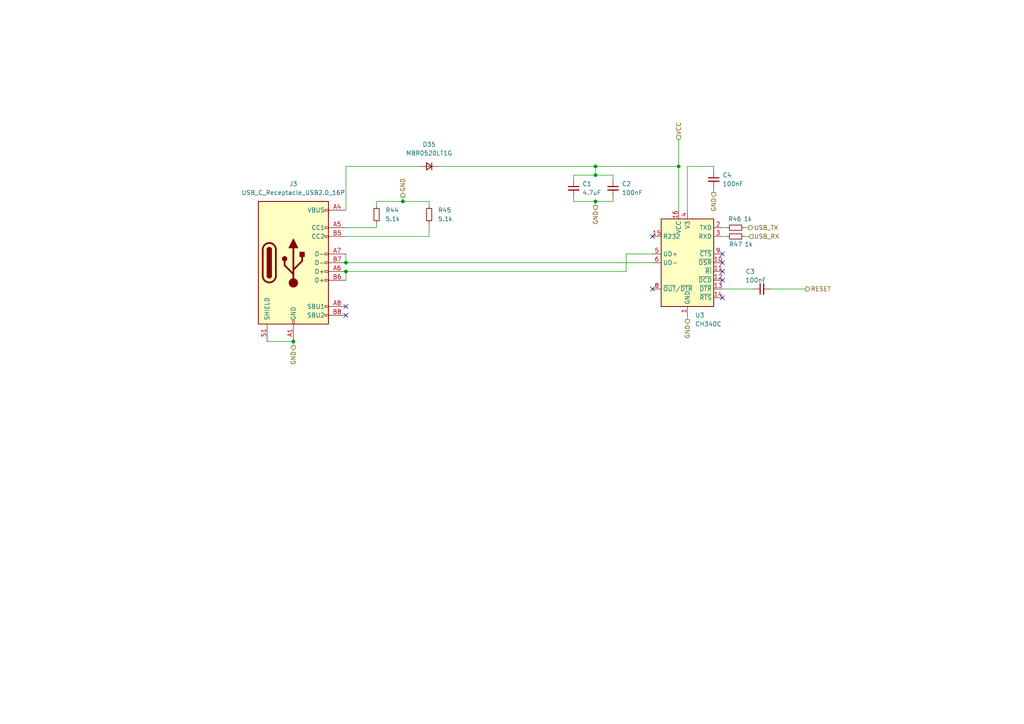
<source format=kicad_sch>
(kicad_sch
	(version 20231120)
	(generator "eeschema")
	(generator_version "8.0")
	(uuid "dd23b238-dffa-4d6a-8949-5d3a0c191a40")
	(paper "A4")
	(title_block
		(title "USB-C Port & Serial interfacing")
		(date "2024-06-02")
		(rev "0.5.x")
		(company "Pablo Ortiz López, Evan MacDonald")
	)
	(lib_symbols
		(symbol "Connector:USB_C_Receptacle_USB2.0_16P"
			(pin_names
				(offset 1.016)
			)
			(exclude_from_sim no)
			(in_bom yes)
			(on_board yes)
			(property "Reference" "J"
				(at 0 22.225 0)
				(effects
					(font
						(size 1.27 1.27)
					)
				)
			)
			(property "Value" "USB_C_Receptacle_USB2.0_16P"
				(at 0 19.685 0)
				(effects
					(font
						(size 1.27 1.27)
					)
				)
			)
			(property "Footprint" ""
				(at 3.81 0 0)
				(effects
					(font
						(size 1.27 1.27)
					)
					(hide yes)
				)
			)
			(property "Datasheet" "https://www.usb.org/sites/default/files/documents/usb_type-c.zip"
				(at 3.81 0 0)
				(effects
					(font
						(size 1.27 1.27)
					)
					(hide yes)
				)
			)
			(property "Description" "USB 2.0-only 16P Type-C Receptacle connector"
				(at 0 0 0)
				(effects
					(font
						(size 1.27 1.27)
					)
					(hide yes)
				)
			)
			(property "ki_keywords" "usb universal serial bus type-C USB2.0"
				(at 0 0 0)
				(effects
					(font
						(size 1.27 1.27)
					)
					(hide yes)
				)
			)
			(property "ki_fp_filters" "USB*C*Receptacle*"
				(at 0 0 0)
				(effects
					(font
						(size 1.27 1.27)
					)
					(hide yes)
				)
			)
			(symbol "USB_C_Receptacle_USB2.0_16P_0_0"
				(rectangle
					(start -0.254 -17.78)
					(end 0.254 -16.764)
					(stroke
						(width 0)
						(type default)
					)
					(fill
						(type none)
					)
				)
				(rectangle
					(start 10.16 -14.986)
					(end 9.144 -15.494)
					(stroke
						(width 0)
						(type default)
					)
					(fill
						(type none)
					)
				)
				(rectangle
					(start 10.16 -12.446)
					(end 9.144 -12.954)
					(stroke
						(width 0)
						(type default)
					)
					(fill
						(type none)
					)
				)
				(rectangle
					(start 10.16 -4.826)
					(end 9.144 -5.334)
					(stroke
						(width 0)
						(type default)
					)
					(fill
						(type none)
					)
				)
				(rectangle
					(start 10.16 -2.286)
					(end 9.144 -2.794)
					(stroke
						(width 0)
						(type default)
					)
					(fill
						(type none)
					)
				)
				(rectangle
					(start 10.16 0.254)
					(end 9.144 -0.254)
					(stroke
						(width 0)
						(type default)
					)
					(fill
						(type none)
					)
				)
				(rectangle
					(start 10.16 2.794)
					(end 9.144 2.286)
					(stroke
						(width 0)
						(type default)
					)
					(fill
						(type none)
					)
				)
				(rectangle
					(start 10.16 7.874)
					(end 9.144 7.366)
					(stroke
						(width 0)
						(type default)
					)
					(fill
						(type none)
					)
				)
				(rectangle
					(start 10.16 10.414)
					(end 9.144 9.906)
					(stroke
						(width 0)
						(type default)
					)
					(fill
						(type none)
					)
				)
				(rectangle
					(start 10.16 15.494)
					(end 9.144 14.986)
					(stroke
						(width 0)
						(type default)
					)
					(fill
						(type none)
					)
				)
			)
			(symbol "USB_C_Receptacle_USB2.0_16P_0_1"
				(rectangle
					(start -10.16 17.78)
					(end 10.16 -17.78)
					(stroke
						(width 0.254)
						(type default)
					)
					(fill
						(type background)
					)
				)
				(arc
					(start -8.89 -3.81)
					(mid -6.985 -5.7067)
					(end -5.08 -3.81)
					(stroke
						(width 0.508)
						(type default)
					)
					(fill
						(type none)
					)
				)
				(arc
					(start -7.62 -3.81)
					(mid -6.985 -4.4423)
					(end -6.35 -3.81)
					(stroke
						(width 0.254)
						(type default)
					)
					(fill
						(type none)
					)
				)
				(arc
					(start -7.62 -3.81)
					(mid -6.985 -4.4423)
					(end -6.35 -3.81)
					(stroke
						(width 0.254)
						(type default)
					)
					(fill
						(type outline)
					)
				)
				(rectangle
					(start -7.62 -3.81)
					(end -6.35 3.81)
					(stroke
						(width 0.254)
						(type default)
					)
					(fill
						(type outline)
					)
				)
				(arc
					(start -6.35 3.81)
					(mid -6.985 4.4423)
					(end -7.62 3.81)
					(stroke
						(width 0.254)
						(type default)
					)
					(fill
						(type none)
					)
				)
				(arc
					(start -6.35 3.81)
					(mid -6.985 4.4423)
					(end -7.62 3.81)
					(stroke
						(width 0.254)
						(type default)
					)
					(fill
						(type outline)
					)
				)
				(arc
					(start -5.08 3.81)
					(mid -6.985 5.7067)
					(end -8.89 3.81)
					(stroke
						(width 0.508)
						(type default)
					)
					(fill
						(type none)
					)
				)
				(circle
					(center -2.54 1.143)
					(radius 0.635)
					(stroke
						(width 0.254)
						(type default)
					)
					(fill
						(type outline)
					)
				)
				(circle
					(center 0 -5.842)
					(radius 1.27)
					(stroke
						(width 0)
						(type default)
					)
					(fill
						(type outline)
					)
				)
				(polyline
					(pts
						(xy -8.89 -3.81) (xy -8.89 3.81)
					)
					(stroke
						(width 0.508)
						(type default)
					)
					(fill
						(type none)
					)
				)
				(polyline
					(pts
						(xy -5.08 3.81) (xy -5.08 -3.81)
					)
					(stroke
						(width 0.508)
						(type default)
					)
					(fill
						(type none)
					)
				)
				(polyline
					(pts
						(xy 0 -5.842) (xy 0 4.318)
					)
					(stroke
						(width 0.508)
						(type default)
					)
					(fill
						(type none)
					)
				)
				(polyline
					(pts
						(xy 0 -3.302) (xy -2.54 -0.762) (xy -2.54 0.508)
					)
					(stroke
						(width 0.508)
						(type default)
					)
					(fill
						(type none)
					)
				)
				(polyline
					(pts
						(xy 0 -2.032) (xy 2.54 0.508) (xy 2.54 1.778)
					)
					(stroke
						(width 0.508)
						(type default)
					)
					(fill
						(type none)
					)
				)
				(polyline
					(pts
						(xy -1.27 4.318) (xy 0 6.858) (xy 1.27 4.318) (xy -1.27 4.318)
					)
					(stroke
						(width 0.254)
						(type default)
					)
					(fill
						(type outline)
					)
				)
				(rectangle
					(start 1.905 1.778)
					(end 3.175 3.048)
					(stroke
						(width 0.254)
						(type default)
					)
					(fill
						(type outline)
					)
				)
			)
			(symbol "USB_C_Receptacle_USB2.0_16P_1_1"
				(pin passive line
					(at 0 -22.86 90)
					(length 5.08)
					(name "GND"
						(effects
							(font
								(size 1.27 1.27)
							)
						)
					)
					(number "A1"
						(effects
							(font
								(size 1.27 1.27)
							)
						)
					)
				)
				(pin passive line
					(at 0 -22.86 90)
					(length 5.08) hide
					(name "GND"
						(effects
							(font
								(size 1.27 1.27)
							)
						)
					)
					(number "A12"
						(effects
							(font
								(size 1.27 1.27)
							)
						)
					)
				)
				(pin passive line
					(at 15.24 15.24 180)
					(length 5.08)
					(name "VBUS"
						(effects
							(font
								(size 1.27 1.27)
							)
						)
					)
					(number "A4"
						(effects
							(font
								(size 1.27 1.27)
							)
						)
					)
				)
				(pin bidirectional line
					(at 15.24 10.16 180)
					(length 5.08)
					(name "CC1"
						(effects
							(font
								(size 1.27 1.27)
							)
						)
					)
					(number "A5"
						(effects
							(font
								(size 1.27 1.27)
							)
						)
					)
				)
				(pin bidirectional line
					(at 15.24 -2.54 180)
					(length 5.08)
					(name "D+"
						(effects
							(font
								(size 1.27 1.27)
							)
						)
					)
					(number "A6"
						(effects
							(font
								(size 1.27 1.27)
							)
						)
					)
				)
				(pin bidirectional line
					(at 15.24 2.54 180)
					(length 5.08)
					(name "D-"
						(effects
							(font
								(size 1.27 1.27)
							)
						)
					)
					(number "A7"
						(effects
							(font
								(size 1.27 1.27)
							)
						)
					)
				)
				(pin bidirectional line
					(at 15.24 -12.7 180)
					(length 5.08)
					(name "SBU1"
						(effects
							(font
								(size 1.27 1.27)
							)
						)
					)
					(number "A8"
						(effects
							(font
								(size 1.27 1.27)
							)
						)
					)
				)
				(pin passive line
					(at 15.24 15.24 180)
					(length 5.08) hide
					(name "VBUS"
						(effects
							(font
								(size 1.27 1.27)
							)
						)
					)
					(number "A9"
						(effects
							(font
								(size 1.27 1.27)
							)
						)
					)
				)
				(pin passive line
					(at 0 -22.86 90)
					(length 5.08) hide
					(name "GND"
						(effects
							(font
								(size 1.27 1.27)
							)
						)
					)
					(number "B1"
						(effects
							(font
								(size 1.27 1.27)
							)
						)
					)
				)
				(pin passive line
					(at 0 -22.86 90)
					(length 5.08) hide
					(name "GND"
						(effects
							(font
								(size 1.27 1.27)
							)
						)
					)
					(number "B12"
						(effects
							(font
								(size 1.27 1.27)
							)
						)
					)
				)
				(pin passive line
					(at 15.24 15.24 180)
					(length 5.08) hide
					(name "VBUS"
						(effects
							(font
								(size 1.27 1.27)
							)
						)
					)
					(number "B4"
						(effects
							(font
								(size 1.27 1.27)
							)
						)
					)
				)
				(pin bidirectional line
					(at 15.24 7.62 180)
					(length 5.08)
					(name "CC2"
						(effects
							(font
								(size 1.27 1.27)
							)
						)
					)
					(number "B5"
						(effects
							(font
								(size 1.27 1.27)
							)
						)
					)
				)
				(pin bidirectional line
					(at 15.24 -5.08 180)
					(length 5.08)
					(name "D+"
						(effects
							(font
								(size 1.27 1.27)
							)
						)
					)
					(number "B6"
						(effects
							(font
								(size 1.27 1.27)
							)
						)
					)
				)
				(pin bidirectional line
					(at 15.24 0 180)
					(length 5.08)
					(name "D-"
						(effects
							(font
								(size 1.27 1.27)
							)
						)
					)
					(number "B7"
						(effects
							(font
								(size 1.27 1.27)
							)
						)
					)
				)
				(pin bidirectional line
					(at 15.24 -15.24 180)
					(length 5.08)
					(name "SBU2"
						(effects
							(font
								(size 1.27 1.27)
							)
						)
					)
					(number "B8"
						(effects
							(font
								(size 1.27 1.27)
							)
						)
					)
				)
				(pin passive line
					(at 15.24 15.24 180)
					(length 5.08) hide
					(name "VBUS"
						(effects
							(font
								(size 1.27 1.27)
							)
						)
					)
					(number "B9"
						(effects
							(font
								(size 1.27 1.27)
							)
						)
					)
				)
				(pin passive line
					(at -7.62 -22.86 90)
					(length 5.08)
					(name "SHIELD"
						(effects
							(font
								(size 1.27 1.27)
							)
						)
					)
					(number "S1"
						(effects
							(font
								(size 1.27 1.27)
							)
						)
					)
				)
			)
		)
		(symbol "Device:C_Small"
			(pin_numbers hide)
			(pin_names
				(offset 0.254) hide)
			(exclude_from_sim no)
			(in_bom yes)
			(on_board yes)
			(property "Reference" "C"
				(at 0.254 1.778 0)
				(effects
					(font
						(size 1.27 1.27)
					)
					(justify left)
				)
			)
			(property "Value" "C_Small"
				(at 0.254 -2.032 0)
				(effects
					(font
						(size 1.27 1.27)
					)
					(justify left)
				)
			)
			(property "Footprint" ""
				(at 0 0 0)
				(effects
					(font
						(size 1.27 1.27)
					)
					(hide yes)
				)
			)
			(property "Datasheet" "~"
				(at 0 0 0)
				(effects
					(font
						(size 1.27 1.27)
					)
					(hide yes)
				)
			)
			(property "Description" "Unpolarized capacitor, small symbol"
				(at 0 0 0)
				(effects
					(font
						(size 1.27 1.27)
					)
					(hide yes)
				)
			)
			(property "ki_keywords" "capacitor cap"
				(at 0 0 0)
				(effects
					(font
						(size 1.27 1.27)
					)
					(hide yes)
				)
			)
			(property "ki_fp_filters" "C_*"
				(at 0 0 0)
				(effects
					(font
						(size 1.27 1.27)
					)
					(hide yes)
				)
			)
			(symbol "C_Small_0_1"
				(polyline
					(pts
						(xy -1.524 -0.508) (xy 1.524 -0.508)
					)
					(stroke
						(width 0.3302)
						(type default)
					)
					(fill
						(type none)
					)
				)
				(polyline
					(pts
						(xy -1.524 0.508) (xy 1.524 0.508)
					)
					(stroke
						(width 0.3048)
						(type default)
					)
					(fill
						(type none)
					)
				)
			)
			(symbol "C_Small_1_1"
				(pin passive line
					(at 0 2.54 270)
					(length 2.032)
					(name "~"
						(effects
							(font
								(size 1.27 1.27)
							)
						)
					)
					(number "1"
						(effects
							(font
								(size 1.27 1.27)
							)
						)
					)
				)
				(pin passive line
					(at 0 -2.54 90)
					(length 2.032)
					(name "~"
						(effects
							(font
								(size 1.27 1.27)
							)
						)
					)
					(number "2"
						(effects
							(font
								(size 1.27 1.27)
							)
						)
					)
				)
			)
		)
		(symbol "Device:D_Small"
			(pin_numbers hide)
			(pin_names
				(offset 0.254) hide)
			(exclude_from_sim no)
			(in_bom yes)
			(on_board yes)
			(property "Reference" "D"
				(at -1.27 2.032 0)
				(effects
					(font
						(size 1.27 1.27)
					)
					(justify left)
				)
			)
			(property "Value" "D_Small"
				(at -3.81 -2.032 0)
				(effects
					(font
						(size 1.27 1.27)
					)
					(justify left)
				)
			)
			(property "Footprint" ""
				(at 0 0 90)
				(effects
					(font
						(size 1.27 1.27)
					)
					(hide yes)
				)
			)
			(property "Datasheet" "~"
				(at 0 0 90)
				(effects
					(font
						(size 1.27 1.27)
					)
					(hide yes)
				)
			)
			(property "Description" "Diode, small symbol"
				(at 0 0 0)
				(effects
					(font
						(size 1.27 1.27)
					)
					(hide yes)
				)
			)
			(property "Sim.Device" "D"
				(at 0 0 0)
				(effects
					(font
						(size 1.27 1.27)
					)
					(hide yes)
				)
			)
			(property "Sim.Pins" "1=K 2=A"
				(at 0 0 0)
				(effects
					(font
						(size 1.27 1.27)
					)
					(hide yes)
				)
			)
			(property "ki_keywords" "diode"
				(at 0 0 0)
				(effects
					(font
						(size 1.27 1.27)
					)
					(hide yes)
				)
			)
			(property "ki_fp_filters" "TO-???* *_Diode_* *SingleDiode* D_*"
				(at 0 0 0)
				(effects
					(font
						(size 1.27 1.27)
					)
					(hide yes)
				)
			)
			(symbol "D_Small_0_1"
				(polyline
					(pts
						(xy -0.762 -1.016) (xy -0.762 1.016)
					)
					(stroke
						(width 0.254)
						(type default)
					)
					(fill
						(type none)
					)
				)
				(polyline
					(pts
						(xy -0.762 0) (xy 0.762 0)
					)
					(stroke
						(width 0)
						(type default)
					)
					(fill
						(type none)
					)
				)
				(polyline
					(pts
						(xy 0.762 -1.016) (xy -0.762 0) (xy 0.762 1.016) (xy 0.762 -1.016)
					)
					(stroke
						(width 0.254)
						(type default)
					)
					(fill
						(type none)
					)
				)
			)
			(symbol "D_Small_1_1"
				(pin passive line
					(at -2.54 0 0)
					(length 1.778)
					(name "K"
						(effects
							(font
								(size 1.27 1.27)
							)
						)
					)
					(number "1"
						(effects
							(font
								(size 1.27 1.27)
							)
						)
					)
				)
				(pin passive line
					(at 2.54 0 180)
					(length 1.778)
					(name "A"
						(effects
							(font
								(size 1.27 1.27)
							)
						)
					)
					(number "2"
						(effects
							(font
								(size 1.27 1.27)
							)
						)
					)
				)
			)
		)
		(symbol "Device:R_Small"
			(pin_numbers hide)
			(pin_names
				(offset 0.254) hide)
			(exclude_from_sim no)
			(in_bom yes)
			(on_board yes)
			(property "Reference" "R"
				(at 0.762 0.508 0)
				(effects
					(font
						(size 1.27 1.27)
					)
					(justify left)
				)
			)
			(property "Value" "R_Small"
				(at 0.762 -1.016 0)
				(effects
					(font
						(size 1.27 1.27)
					)
					(justify left)
				)
			)
			(property "Footprint" ""
				(at 0 0 0)
				(effects
					(font
						(size 1.27 1.27)
					)
					(hide yes)
				)
			)
			(property "Datasheet" "~"
				(at 0 0 0)
				(effects
					(font
						(size 1.27 1.27)
					)
					(hide yes)
				)
			)
			(property "Description" "Resistor, small symbol"
				(at 0 0 0)
				(effects
					(font
						(size 1.27 1.27)
					)
					(hide yes)
				)
			)
			(property "ki_keywords" "R resistor"
				(at 0 0 0)
				(effects
					(font
						(size 1.27 1.27)
					)
					(hide yes)
				)
			)
			(property "ki_fp_filters" "R_*"
				(at 0 0 0)
				(effects
					(font
						(size 1.27 1.27)
					)
					(hide yes)
				)
			)
			(symbol "R_Small_0_1"
				(rectangle
					(start -0.762 1.778)
					(end 0.762 -1.778)
					(stroke
						(width 0.2032)
						(type default)
					)
					(fill
						(type none)
					)
				)
			)
			(symbol "R_Small_1_1"
				(pin passive line
					(at 0 2.54 270)
					(length 0.762)
					(name "~"
						(effects
							(font
								(size 1.27 1.27)
							)
						)
					)
					(number "1"
						(effects
							(font
								(size 1.27 1.27)
							)
						)
					)
				)
				(pin passive line
					(at 0 -2.54 90)
					(length 0.762)
					(name "~"
						(effects
							(font
								(size 1.27 1.27)
							)
						)
					)
					(number "2"
						(effects
							(font
								(size 1.27 1.27)
							)
						)
					)
				)
			)
		)
		(symbol "Interface_USB:CH340C"
			(exclude_from_sim no)
			(in_bom yes)
			(on_board yes)
			(property "Reference" "U"
				(at -5.08 13.97 0)
				(effects
					(font
						(size 1.27 1.27)
					)
					(justify right)
				)
			)
			(property "Value" "CH340C"
				(at 1.27 13.97 0)
				(effects
					(font
						(size 1.27 1.27)
					)
					(justify left)
				)
			)
			(property "Footprint" "Package_SO:SOIC-16_3.9x9.9mm_P1.27mm"
				(at 1.27 -13.97 0)
				(effects
					(font
						(size 1.27 1.27)
					)
					(justify left)
					(hide yes)
				)
			)
			(property "Datasheet" "https://datasheet.lcsc.com/szlcsc/Jiangsu-Qin-Heng-CH340C_C84681.pdf"
				(at -8.89 20.32 0)
				(effects
					(font
						(size 1.27 1.27)
					)
					(hide yes)
				)
			)
			(property "Description" "USB serial converter, UART, SOIC-16"
				(at 0 0 0)
				(effects
					(font
						(size 1.27 1.27)
					)
					(hide yes)
				)
			)
			(property "ki_keywords" "USB UART Serial Converter Interface"
				(at 0 0 0)
				(effects
					(font
						(size 1.27 1.27)
					)
					(hide yes)
				)
			)
			(property "ki_fp_filters" "SOIC*3.9x9.9mm*P1.27mm*"
				(at 0 0 0)
				(effects
					(font
						(size 1.27 1.27)
					)
					(hide yes)
				)
			)
			(symbol "CH340C_0_1"
				(rectangle
					(start -7.62 12.7)
					(end 7.62 -12.7)
					(stroke
						(width 0.254)
						(type default)
					)
					(fill
						(type background)
					)
				)
			)
			(symbol "CH340C_1_1"
				(pin power_in line
					(at 0 -15.24 90)
					(length 2.54)
					(name "GND"
						(effects
							(font
								(size 1.27 1.27)
							)
						)
					)
					(number "1"
						(effects
							(font
								(size 1.27 1.27)
							)
						)
					)
				)
				(pin input line
					(at 10.16 0 180)
					(length 2.54)
					(name "~{DSR}"
						(effects
							(font
								(size 1.27 1.27)
							)
						)
					)
					(number "10"
						(effects
							(font
								(size 1.27 1.27)
							)
						)
					)
				)
				(pin input line
					(at 10.16 -2.54 180)
					(length 2.54)
					(name "~{RI}"
						(effects
							(font
								(size 1.27 1.27)
							)
						)
					)
					(number "11"
						(effects
							(font
								(size 1.27 1.27)
							)
						)
					)
				)
				(pin input line
					(at 10.16 -5.08 180)
					(length 2.54)
					(name "~{DCD}"
						(effects
							(font
								(size 1.27 1.27)
							)
						)
					)
					(number "12"
						(effects
							(font
								(size 1.27 1.27)
							)
						)
					)
				)
				(pin output line
					(at 10.16 -7.62 180)
					(length 2.54)
					(name "~{DTR}"
						(effects
							(font
								(size 1.27 1.27)
							)
						)
					)
					(number "13"
						(effects
							(font
								(size 1.27 1.27)
							)
						)
					)
				)
				(pin output line
					(at 10.16 -10.16 180)
					(length 2.54)
					(name "~{RTS}"
						(effects
							(font
								(size 1.27 1.27)
							)
						)
					)
					(number "14"
						(effects
							(font
								(size 1.27 1.27)
							)
						)
					)
				)
				(pin input line
					(at -10.16 7.62 0)
					(length 2.54)
					(name "R232"
						(effects
							(font
								(size 1.27 1.27)
							)
						)
					)
					(number "15"
						(effects
							(font
								(size 1.27 1.27)
							)
						)
					)
				)
				(pin power_in line
					(at -2.54 15.24 270)
					(length 2.54)
					(name "VCC"
						(effects
							(font
								(size 1.27 1.27)
							)
						)
					)
					(number "16"
						(effects
							(font
								(size 1.27 1.27)
							)
						)
					)
				)
				(pin output line
					(at 10.16 10.16 180)
					(length 2.54)
					(name "TXD"
						(effects
							(font
								(size 1.27 1.27)
							)
						)
					)
					(number "2"
						(effects
							(font
								(size 1.27 1.27)
							)
						)
					)
				)
				(pin input line
					(at 10.16 7.62 180)
					(length 2.54)
					(name "RXD"
						(effects
							(font
								(size 1.27 1.27)
							)
						)
					)
					(number "3"
						(effects
							(font
								(size 1.27 1.27)
							)
						)
					)
				)
				(pin power_out line
					(at 0 15.24 270)
					(length 2.54)
					(name "V3"
						(effects
							(font
								(size 1.27 1.27)
							)
						)
					)
					(number "4"
						(effects
							(font
								(size 1.27 1.27)
							)
						)
					)
				)
				(pin bidirectional line
					(at -10.16 2.54 0)
					(length 2.54)
					(name "UD+"
						(effects
							(font
								(size 1.27 1.27)
							)
						)
					)
					(number "5"
						(effects
							(font
								(size 1.27 1.27)
							)
						)
					)
				)
				(pin bidirectional line
					(at -10.16 0 0)
					(length 2.54)
					(name "UD-"
						(effects
							(font
								(size 1.27 1.27)
							)
						)
					)
					(number "6"
						(effects
							(font
								(size 1.27 1.27)
							)
						)
					)
				)
				(pin no_connect line
					(at -7.62 -5.08 0)
					(length 2.54) hide
					(name "NC"
						(effects
							(font
								(size 1.27 1.27)
							)
						)
					)
					(number "7"
						(effects
							(font
								(size 1.27 1.27)
							)
						)
					)
				)
				(pin output line
					(at -10.16 -7.62 0)
					(length 2.54)
					(name "~{OUT}/~{DTR}"
						(effects
							(font
								(size 1.27 1.27)
							)
						)
					)
					(number "8"
						(effects
							(font
								(size 1.27 1.27)
							)
						)
					)
				)
				(pin input line
					(at 10.16 2.54 180)
					(length 2.54)
					(name "~{CTS}"
						(effects
							(font
								(size 1.27 1.27)
							)
						)
					)
					(number "9"
						(effects
							(font
								(size 1.27 1.27)
							)
						)
					)
				)
			)
		)
	)
	(junction
		(at 116.84 58.42)
		(diameter 0)
		(color 0 0 0 0)
		(uuid "135069ff-0a9e-4104-909c-16891ecdeb7e")
	)
	(junction
		(at 196.85 48.26)
		(diameter 0)
		(color 0 0 0 0)
		(uuid "1689386c-d3b4-45e9-9eb1-af5ec7faaf0c")
	)
	(junction
		(at 172.72 48.26)
		(diameter 0)
		(color 0 0 0 0)
		(uuid "751eeb24-1b43-46fb-8b8d-9451de75bc0a")
	)
	(junction
		(at 85.09 99.06)
		(diameter 0)
		(color 0 0 0 0)
		(uuid "7e57eb77-eac3-44b6-bf75-6c243d28b6bb")
	)
	(junction
		(at 172.72 58.42)
		(diameter 0)
		(color 0 0 0 0)
		(uuid "8e93a548-1c14-485a-bc04-272e6c4c8136")
	)
	(junction
		(at 100.33 76.2)
		(diameter 0)
		(color 0 0 0 0)
		(uuid "a04069de-4320-4063-ab73-5f4b71f45553")
	)
	(junction
		(at 100.33 78.74)
		(diameter 0)
		(color 0 0 0 0)
		(uuid "e85a1f13-01d1-4fd0-95af-4fc4d6cb960a")
	)
	(junction
		(at 172.72 50.8)
		(diameter 0)
		(color 0 0 0 0)
		(uuid "f444643a-b957-4d71-a371-e871a33e78a2")
	)
	(no_connect
		(at 189.23 68.58)
		(uuid "1382f293-b31a-499f-8b95-88fddb31d56b")
	)
	(no_connect
		(at 209.55 73.66)
		(uuid "28a6f662-23c2-49af-9256-d3a9aeee5969")
	)
	(no_connect
		(at 209.55 86.36)
		(uuid "402cafa6-9af6-4094-b9bb-ed4e822eaff9")
	)
	(no_connect
		(at 100.33 91.44)
		(uuid "455f9cf9-10e3-496b-b138-e7536bac10b6")
	)
	(no_connect
		(at 189.23 83.82)
		(uuid "58d398fd-6f4c-49ce-b8da-344ae8ce7c41")
	)
	(no_connect
		(at 100.33 88.9)
		(uuid "9bbdffbe-ee20-4f4b-b7ea-c65bd46f8abd")
	)
	(no_connect
		(at 209.55 78.74)
		(uuid "a3402384-5c14-44ea-91a2-7b8162a0c7c2")
	)
	(no_connect
		(at 209.55 76.2)
		(uuid "c3a761f9-1638-4965-bf1e-9eef4950769b")
	)
	(no_connect
		(at 209.55 81.28)
		(uuid "cb9fa626-5cb9-40a5-8c69-14ef1a3a3110")
	)
	(wire
		(pts
			(xy 100.33 68.58) (xy 124.46 68.58)
		)
		(stroke
			(width 0)
			(type default)
		)
		(uuid "05d718b8-aa54-415f-a25c-0e419df4291e")
	)
	(wire
		(pts
			(xy 196.85 48.26) (xy 196.85 60.96)
		)
		(stroke
			(width 0)
			(type default)
		)
		(uuid "0a95e267-feda-4067-bb03-a554b214123d")
	)
	(wire
		(pts
			(xy 100.33 60.96) (xy 100.33 48.26)
		)
		(stroke
			(width 0)
			(type default)
		)
		(uuid "13976e1a-011d-4eab-ae7e-2a3fe98f7c86")
	)
	(wire
		(pts
			(xy 199.39 91.44) (xy 199.39 92.71)
		)
		(stroke
			(width 0)
			(type default)
		)
		(uuid "1943b4ee-84eb-463d-8bc3-d28aa2b97bcf")
	)
	(wire
		(pts
			(xy 124.46 68.58) (xy 124.46 64.77)
		)
		(stroke
			(width 0)
			(type default)
		)
		(uuid "1eaff77c-6ac3-4315-824a-108d8d64d5c2")
	)
	(wire
		(pts
			(xy 199.39 48.26) (xy 207.01 48.26)
		)
		(stroke
			(width 0)
			(type default)
		)
		(uuid "21f3323b-960b-4d14-9b60-4bf77088cbd8")
	)
	(wire
		(pts
			(xy 172.72 59.69) (xy 172.72 58.42)
		)
		(stroke
			(width 0)
			(type default)
		)
		(uuid "266417b9-5735-4958-9112-4e7275c1d2c4")
	)
	(wire
		(pts
			(xy 210.82 66.04) (xy 209.55 66.04)
		)
		(stroke
			(width 0)
			(type default)
		)
		(uuid "28895fcf-e815-490a-806c-1e8722020ec0")
	)
	(wire
		(pts
			(xy 166.37 50.8) (xy 172.72 50.8)
		)
		(stroke
			(width 0)
			(type default)
		)
		(uuid "29e0aff4-976f-4f2b-9b1e-78929775b2fa")
	)
	(wire
		(pts
			(xy 166.37 57.15) (xy 166.37 58.42)
		)
		(stroke
			(width 0)
			(type default)
		)
		(uuid "33bc66bc-36ed-47a7-ab67-c7ffac88a909")
	)
	(wire
		(pts
			(xy 166.37 58.42) (xy 172.72 58.42)
		)
		(stroke
			(width 0)
			(type default)
		)
		(uuid "3bb1298b-852b-4b4d-83d8-b7483d63fae5")
	)
	(wire
		(pts
			(xy 209.55 83.82) (xy 218.44 83.82)
		)
		(stroke
			(width 0)
			(type default)
		)
		(uuid "3d8037b4-850b-4c1b-bc80-1074d393b074")
	)
	(wire
		(pts
			(xy 196.85 40.64) (xy 196.85 48.26)
		)
		(stroke
			(width 0)
			(type default)
		)
		(uuid "4432086a-71df-4eca-aa7c-60db759ed9d1")
	)
	(wire
		(pts
			(xy 233.68 83.82) (xy 223.52 83.82)
		)
		(stroke
			(width 0)
			(type default)
		)
		(uuid "483e3f56-2dd8-48ff-9cc0-23cbbc689af6")
	)
	(wire
		(pts
			(xy 100.33 48.26) (xy 121.92 48.26)
		)
		(stroke
			(width 0)
			(type default)
		)
		(uuid "4eeffd8a-604e-4440-98a2-7ede6bf1d0b3")
	)
	(wire
		(pts
			(xy 109.22 66.04) (xy 109.22 64.77)
		)
		(stroke
			(width 0)
			(type default)
		)
		(uuid "54ed480d-6196-4cc3-b713-ffb2f6591e00")
	)
	(wire
		(pts
			(xy 77.47 99.06) (xy 85.09 99.06)
		)
		(stroke
			(width 0)
			(type default)
		)
		(uuid "5e234923-30db-4154-843d-c5bd4d4e4f53")
	)
	(wire
		(pts
			(xy 181.61 78.74) (xy 100.33 78.74)
		)
		(stroke
			(width 0)
			(type default)
		)
		(uuid "81c8500b-ecdd-4d70-a9d8-93655ebdc53e")
	)
	(wire
		(pts
			(xy 124.46 58.42) (xy 124.46 59.69)
		)
		(stroke
			(width 0)
			(type default)
		)
		(uuid "8597855b-23a3-44b8-8fe8-cab941d0af72")
	)
	(wire
		(pts
			(xy 181.61 73.66) (xy 181.61 78.74)
		)
		(stroke
			(width 0)
			(type default)
		)
		(uuid "89d3fb67-8cea-453e-b453-f218c57def34")
	)
	(wire
		(pts
			(xy 172.72 48.26) (xy 172.72 50.8)
		)
		(stroke
			(width 0)
			(type default)
		)
		(uuid "8b2845ad-9ed8-4526-a069-e8f9bbb0d9f4")
	)
	(wire
		(pts
			(xy 177.8 58.42) (xy 172.72 58.42)
		)
		(stroke
			(width 0)
			(type default)
		)
		(uuid "9e2dbeed-a2c6-49b6-a9fd-16b3b8405497")
	)
	(wire
		(pts
			(xy 109.22 58.42) (xy 116.84 58.42)
		)
		(stroke
			(width 0)
			(type default)
		)
		(uuid "9f102673-b63a-4018-9522-557bbc077b7b")
	)
	(wire
		(pts
			(xy 100.33 66.04) (xy 109.22 66.04)
		)
		(stroke
			(width 0)
			(type default)
		)
		(uuid "a2348112-966e-4dd5-a0bc-14550e31a72c")
	)
	(wire
		(pts
			(xy 199.39 60.96) (xy 199.39 48.26)
		)
		(stroke
			(width 0)
			(type default)
		)
		(uuid "a5440931-d5df-4ac8-a38a-6bedb6375a55")
	)
	(wire
		(pts
			(xy 85.09 99.06) (xy 85.09 100.33)
		)
		(stroke
			(width 0)
			(type default)
		)
		(uuid "a5688df8-7c75-440f-a959-d7a002ce1c7d")
	)
	(wire
		(pts
			(xy 116.84 57.15) (xy 116.84 58.42)
		)
		(stroke
			(width 0)
			(type default)
		)
		(uuid "a761ed20-19da-460c-8ad6-72baad7287dd")
	)
	(wire
		(pts
			(xy 109.22 59.69) (xy 109.22 58.42)
		)
		(stroke
			(width 0)
			(type default)
		)
		(uuid "aac441ae-6102-438b-96c0-b0402277382a")
	)
	(wire
		(pts
			(xy 207.01 48.26) (xy 207.01 49.53)
		)
		(stroke
			(width 0)
			(type default)
		)
		(uuid "b010a899-b2bb-4132-bd29-64d136454692")
	)
	(wire
		(pts
			(xy 210.82 68.58) (xy 209.55 68.58)
		)
		(stroke
			(width 0)
			(type default)
		)
		(uuid "b416d0de-0597-49f9-9a2e-68f88dab76a9")
	)
	(wire
		(pts
			(xy 116.84 58.42) (xy 124.46 58.42)
		)
		(stroke
			(width 0)
			(type default)
		)
		(uuid "b97e3d1f-48e7-4c4f-b3f5-d0b90724a4d6")
	)
	(wire
		(pts
			(xy 166.37 52.07) (xy 166.37 50.8)
		)
		(stroke
			(width 0)
			(type default)
		)
		(uuid "bac13ad7-0bba-46f8-9c7b-6662fa272732")
	)
	(wire
		(pts
			(xy 177.8 52.07) (xy 177.8 50.8)
		)
		(stroke
			(width 0)
			(type default)
		)
		(uuid "c0f314ba-f7e1-487b-b715-90efd18a92e7")
	)
	(wire
		(pts
			(xy 207.01 55.88) (xy 207.01 54.61)
		)
		(stroke
			(width 0)
			(type default)
		)
		(uuid "c1ec6db4-4529-4d78-a25b-1b581e285032")
	)
	(wire
		(pts
			(xy 100.33 78.74) (xy 100.33 81.28)
		)
		(stroke
			(width 0)
			(type default)
		)
		(uuid "c96131bd-9614-4f70-9a0f-2d6e29cf39f3")
	)
	(wire
		(pts
			(xy 100.33 73.66) (xy 100.33 76.2)
		)
		(stroke
			(width 0)
			(type default)
		)
		(uuid "c9ee3291-c3c8-46b8-b81e-046c66666a82")
	)
	(wire
		(pts
			(xy 172.72 50.8) (xy 177.8 50.8)
		)
		(stroke
			(width 0)
			(type default)
		)
		(uuid "cd7d1b20-d021-4474-9a2e-05107ee23404")
	)
	(wire
		(pts
			(xy 172.72 48.26) (xy 196.85 48.26)
		)
		(stroke
			(width 0)
			(type default)
		)
		(uuid "cefcd786-8b49-4d2b-b6be-5899dd3379b0")
	)
	(wire
		(pts
			(xy 189.23 73.66) (xy 181.61 73.66)
		)
		(stroke
			(width 0)
			(type default)
		)
		(uuid "cefff7c5-5bf9-4528-b8bc-faf600e4229d")
	)
	(wire
		(pts
			(xy 100.33 76.2) (xy 189.23 76.2)
		)
		(stroke
			(width 0)
			(type default)
		)
		(uuid "d48906bf-0555-4831-a995-3b3965d703b6")
	)
	(wire
		(pts
			(xy 127 48.26) (xy 172.72 48.26)
		)
		(stroke
			(width 0)
			(type default)
		)
		(uuid "d55a789b-0251-4807-b4b2-6a34c780f50d")
	)
	(wire
		(pts
			(xy 177.8 57.15) (xy 177.8 58.42)
		)
		(stroke
			(width 0)
			(type default)
		)
		(uuid "d757a0f8-d950-4a06-9405-e28d9bb9321f")
	)
	(wire
		(pts
			(xy 217.17 68.58) (xy 215.9 68.58)
		)
		(stroke
			(width 0)
			(type default)
		)
		(uuid "ec134ccc-96b9-4817-befc-83545e6f7a47")
	)
	(wire
		(pts
			(xy 217.17 66.04) (xy 215.9 66.04)
		)
		(stroke
			(width 0)
			(type default)
		)
		(uuid "fc1a6bfa-b696-40f4-98d9-f7d82182f3df")
	)
	(hierarchical_label "GND"
		(shape output)
		(at 85.09 100.33 270)
		(fields_autoplaced yes)
		(effects
			(font
				(size 1.27 1.27)
			)
			(justify right)
		)
		(uuid "1d198e2d-25e1-46c8-b2ed-41759761ca42")
	)
	(hierarchical_label "GND"
		(shape output)
		(at 172.72 59.69 270)
		(fields_autoplaced yes)
		(effects
			(font
				(size 1.27 1.27)
			)
			(justify right)
		)
		(uuid "1e938f9f-c3c1-4d17-b43f-bcca65d94ad6")
	)
	(hierarchical_label "GND"
		(shape output)
		(at 199.39 92.71 270)
		(fields_autoplaced yes)
		(effects
			(font
				(size 1.27 1.27)
			)
			(justify right)
		)
		(uuid "3752e84e-35af-4a0d-ba0e-540ca55d4874")
	)
	(hierarchical_label "USB_RX"
		(shape input)
		(at 217.17 68.58 0)
		(fields_autoplaced yes)
		(effects
			(font
				(size 1.27 1.27)
			)
			(justify left)
		)
		(uuid "44b6b815-1251-42a9-84d7-4d9021882bc0")
	)
	(hierarchical_label "GND"
		(shape output)
		(at 207.01 55.88 270)
		(fields_autoplaced yes)
		(effects
			(font
				(size 1.27 1.27)
			)
			(justify right)
		)
		(uuid "676e26a5-c772-42ad-98aa-f53f8fd1434d")
	)
	(hierarchical_label "GND"
		(shape output)
		(at 116.84 57.15 90)
		(fields_autoplaced yes)
		(effects
			(font
				(size 1.27 1.27)
			)
			(justify left)
		)
		(uuid "8c98353a-4a16-45d2-9158-6fa2ecdb4471")
	)
	(hierarchical_label "RESET"
		(shape output)
		(at 233.68 83.82 0)
		(fields_autoplaced yes)
		(effects
			(font
				(size 1.27 1.27)
			)
			(justify left)
		)
		(uuid "ae09e4d4-7c21-4c9c-8a92-56b787d15756")
	)
	(hierarchical_label "USB_TX"
		(shape output)
		(at 217.17 66.04 0)
		(fields_autoplaced yes)
		(effects
			(font
				(size 1.27 1.27)
			)
			(justify left)
		)
		(uuid "d85dfbd9-ff4c-427e-b888-55fb3cfc867c")
	)
	(hierarchical_label "VCC"
		(shape input)
		(at 196.85 40.64 90)
		(fields_autoplaced yes)
		(effects
			(font
				(size 1.27 1.27)
			)
			(justify left)
		)
		(uuid "fc97e0f3-62ea-4bda-a7e3-2b29bb2b2b45")
	)
	(symbol
		(lib_id "Connector:USB_C_Receptacle_USB2.0_16P")
		(at 85.09 76.2 0)
		(unit 1)
		(exclude_from_sim no)
		(in_bom yes)
		(on_board yes)
		(dnp no)
		(fields_autoplaced yes)
		(uuid "1cd70051-e296-41fc-a8a7-b374a8efbf50")
		(property "Reference" "J3"
			(at 85.09 53.34 0)
			(effects
				(font
					(size 1.27 1.27)
				)
			)
		)
		(property "Value" "USB_C_Receptacle_USB2.0_16P"
			(at 85.09 55.88 0)
			(effects
				(font
					(size 1.27 1.27)
				)
			)
		)
		(property "Footprint" "Project Libraries:USB-C-TH_918-468K2029E50001"
			(at 88.9 76.2 0)
			(effects
				(font
					(size 1.27 1.27)
				)
				(hide yes)
			)
		)
		(property "Datasheet" "https://www.usb.org/sites/default/files/documents/usb_type-c.zip"
			(at 88.9 76.2 0)
			(effects
				(font
					(size 1.27 1.27)
				)
				(hide yes)
			)
		)
		(property "Description" "USB 2.0-only 16P Type-C Receptacle connector"
			(at 85.09 76.2 0)
			(effects
				(font
					(size 1.27 1.27)
				)
				(hide yes)
			)
		)
		(pin "B1"
			(uuid "b341a9ac-2ecd-420f-85cd-05e9b003fd79")
		)
		(pin "A8"
			(uuid "a807d71f-e9e6-47fe-bdc2-b70ba192b993")
		)
		(pin "S1"
			(uuid "33780111-823b-4d1a-9550-ae3fefa104a8")
		)
		(pin "B7"
			(uuid "ada76fd3-9c22-45d3-aa61-59788b271e35")
		)
		(pin "B12"
			(uuid "f7d74e49-220a-49b5-a63f-86c5a57a97a0")
		)
		(pin "A1"
			(uuid "6398e512-e8a7-4106-9b96-a7fcb3f13c12")
		)
		(pin "B9"
			(uuid "6aa96474-cecb-490a-ad64-956779791840")
		)
		(pin "A6"
			(uuid "4506f517-83ca-4cfa-bbb4-115c83b465a5")
		)
		(pin "A7"
			(uuid "f9292398-c64a-4c63-abd8-478c4525215c")
		)
		(pin "B8"
			(uuid "6455073b-ff1b-4f03-800c-d2d857cac6ed")
		)
		(pin "A4"
			(uuid "fcb2876e-e10e-42b4-a876-b55ede988eb7")
		)
		(pin "A9"
			(uuid "c5f10f46-bbb5-4e2d-b5e1-2bef069abec8")
		)
		(pin "A12"
			(uuid "ef4faa85-3755-4a63-8fbb-7a23e57e7762")
		)
		(pin "A5"
			(uuid "3e4e203a-0835-4c30-b2c6-32cc3977cc71")
		)
		(pin "B5"
			(uuid "f8527ee8-5b33-4852-9dee-ddca436bd810")
		)
		(pin "B6"
			(uuid "59885b59-fbc8-48e8-b313-ee9a483acb05")
		)
		(pin "B4"
			(uuid "f72f2ca8-8779-4256-96b9-d9c1dd4055ea")
		)
		(instances
			(project "Single_board"
				(path "/f30854c1-5bc2-470d-aabe-1768a5b01b46/2c846281-f7ac-4d2e-99f9-816b435af6ae"
					(reference "J3")
					(unit 1)
				)
			)
		)
	)
	(symbol
		(lib_id "Device:R_Small")
		(at 109.22 62.23 0)
		(unit 1)
		(exclude_from_sim no)
		(in_bom yes)
		(on_board yes)
		(dnp no)
		(fields_autoplaced yes)
		(uuid "2ce07082-3f11-45f4-9b68-b3508b7ba5a0")
		(property "Reference" "R44"
			(at 111.76 60.9599 0)
			(effects
				(font
					(size 1.27 1.27)
				)
				(justify left)
			)
		)
		(property "Value" "5.1k"
			(at 111.76 63.4999 0)
			(effects
				(font
					(size 1.27 1.27)
				)
				(justify left)
			)
		)
		(property "Footprint" "Resistor_SMD:R_0603_1608Metric"
			(at 109.22 62.23 0)
			(effects
				(font
					(size 1.27 1.27)
				)
				(hide yes)
			)
		)
		(property "Datasheet" "~"
			(at 109.22 62.23 0)
			(effects
				(font
					(size 1.27 1.27)
				)
				(hide yes)
			)
		)
		(property "Description" "Resistor, small symbol"
			(at 109.22 62.23 0)
			(effects
				(font
					(size 1.27 1.27)
				)
				(hide yes)
			)
		)
		(pin "2"
			(uuid "dc3d8028-a40a-47c8-a0eb-5e1ccce66abc")
		)
		(pin "1"
			(uuid "d0741835-3921-4d40-9fc6-dc963e08344b")
		)
		(instances
			(project "Single_board"
				(path "/f30854c1-5bc2-470d-aabe-1768a5b01b46/2c846281-f7ac-4d2e-99f9-816b435af6ae"
					(reference "R44")
					(unit 1)
				)
			)
		)
	)
	(symbol
		(lib_id "Device:C_Small")
		(at 166.37 54.61 0)
		(unit 1)
		(exclude_from_sim no)
		(in_bom yes)
		(on_board yes)
		(dnp no)
		(fields_autoplaced yes)
		(uuid "360d0b30-f3b7-4396-93b7-1b3aa884b6f3")
		(property "Reference" "C1"
			(at 168.91 53.3462 0)
			(effects
				(font
					(size 1.27 1.27)
				)
				(justify left)
			)
		)
		(property "Value" "4.7uF"
			(at 168.91 55.8862 0)
			(effects
				(font
					(size 1.27 1.27)
				)
				(justify left)
			)
		)
		(property "Footprint" "Project Libraries:0805 4.7uF"
			(at 166.37 54.61 0)
			(effects
				(font
					(size 1.27 1.27)
				)
				(hide yes)
			)
		)
		(property "Datasheet" "~"
			(at 166.37 54.61 0)
			(effects
				(font
					(size 1.27 1.27)
				)
				(hide yes)
			)
		)
		(property "Description" "Unpolarized capacitor, small symbol"
			(at 166.37 54.61 0)
			(effects
				(font
					(size 1.27 1.27)
				)
				(hide yes)
			)
		)
		(pin "2"
			(uuid "dd7699ca-b49c-45d6-bd53-e696ebb5d517")
		)
		(pin "1"
			(uuid "9765ca8e-5f40-4fd6-a07f-7b5c4e6eb75e")
		)
		(instances
			(project "Single_board"
				(path "/f30854c1-5bc2-470d-aabe-1768a5b01b46/2c846281-f7ac-4d2e-99f9-816b435af6ae"
					(reference "C1")
					(unit 1)
				)
			)
		)
	)
	(symbol
		(lib_id "Device:D_Small")
		(at 124.46 48.26 180)
		(unit 1)
		(exclude_from_sim no)
		(in_bom yes)
		(on_board yes)
		(dnp no)
		(fields_autoplaced yes)
		(uuid "479627a8-4283-423a-8a4b-bc59cb8c8bde")
		(property "Reference" "D35"
			(at 124.46 41.91 0)
			(effects
				(font
					(size 1.27 1.27)
				)
			)
		)
		(property "Value" "MBR0520LT1G"
			(at 124.46 44.45 0)
			(effects
				(font
					(size 1.27 1.27)
				)
			)
		)
		(property "Footprint" "Diode_SMD:D_SOD-123"
			(at 124.46 48.26 90)
			(effects
				(font
					(size 1.27 1.27)
				)
				(hide yes)
			)
		)
		(property "Datasheet" "~"
			(at 124.46 48.26 90)
			(effects
				(font
					(size 1.27 1.27)
				)
				(hide yes)
			)
		)
		(property "Description" "Diode, small symbol"
			(at 124.46 48.26 0)
			(effects
				(font
					(size 1.27 1.27)
				)
				(hide yes)
			)
		)
		(property "Sim.Device" "D"
			(at 124.46 48.26 0)
			(effects
				(font
					(size 1.27 1.27)
				)
				(hide yes)
			)
		)
		(property "Sim.Pins" "1=K 2=A"
			(at 124.46 48.26 0)
			(effects
				(font
					(size 1.27 1.27)
				)
				(hide yes)
			)
		)
		(pin "1"
			(uuid "45276e40-832f-4239-9219-b5c68e3efeda")
		)
		(pin "2"
			(uuid "d8ab4534-3986-4657-984c-4b59b5c3e3c1")
		)
		(instances
			(project "Single_board"
				(path "/f30854c1-5bc2-470d-aabe-1768a5b01b46/2c846281-f7ac-4d2e-99f9-816b435af6ae"
					(reference "D35")
					(unit 1)
				)
			)
		)
	)
	(symbol
		(lib_id "Device:C_Small")
		(at 207.01 52.07 0)
		(unit 1)
		(exclude_from_sim no)
		(in_bom yes)
		(on_board yes)
		(dnp no)
		(fields_autoplaced yes)
		(uuid "5878a9e8-31d5-4ae0-8282-e9bab0cbe4f7")
		(property "Reference" "C4"
			(at 209.55 50.8062 0)
			(effects
				(font
					(size 1.27 1.27)
				)
				(justify left)
			)
		)
		(property "Value" "100nF"
			(at 209.55 53.3462 0)
			(effects
				(font
					(size 1.27 1.27)
				)
				(justify left)
			)
		)
		(property "Footprint" "Project Libraries:0805 100nF"
			(at 207.01 52.07 0)
			(effects
				(font
					(size 1.27 1.27)
				)
				(hide yes)
			)
		)
		(property "Datasheet" "~"
			(at 207.01 52.07 0)
			(effects
				(font
					(size 1.27 1.27)
				)
				(hide yes)
			)
		)
		(property "Description" "Unpolarized capacitor, small symbol"
			(at 207.01 52.07 0)
			(effects
				(font
					(size 1.27 1.27)
				)
				(hide yes)
			)
		)
		(pin "2"
			(uuid "b64fda23-77be-4cd4-8282-8dc4f92000bf")
		)
		(pin "1"
			(uuid "da6699b1-d4f2-49eb-a1db-695b39fd8af3")
		)
		(instances
			(project "Single_board"
				(path "/f30854c1-5bc2-470d-aabe-1768a5b01b46/2c846281-f7ac-4d2e-99f9-816b435af6ae"
					(reference "C4")
					(unit 1)
				)
			)
		)
	)
	(symbol
		(lib_id "Device:C_Small")
		(at 177.8 54.61 0)
		(unit 1)
		(exclude_from_sim no)
		(in_bom yes)
		(on_board yes)
		(dnp no)
		(uuid "5c22cd63-42fd-4ebe-8d6a-209ef9352343")
		(property "Reference" "C2"
			(at 180.34 53.3462 0)
			(effects
				(font
					(size 1.27 1.27)
				)
				(justify left)
			)
		)
		(property "Value" "100nF"
			(at 180.34 55.8862 0)
			(effects
				(font
					(size 1.27 1.27)
				)
				(justify left)
			)
		)
		(property "Footprint" "Project Libraries:0805 100nF"
			(at 177.8 54.61 0)
			(effects
				(font
					(size 1.27 1.27)
				)
				(hide yes)
			)
		)
		(property "Datasheet" "~"
			(at 177.8 54.61 0)
			(effects
				(font
					(size 1.27 1.27)
				)
				(hide yes)
			)
		)
		(property "Description" "Unpolarized capacitor, small symbol"
			(at 177.8 54.61 0)
			(effects
				(font
					(size 1.27 1.27)
				)
				(hide yes)
			)
		)
		(pin "2"
			(uuid "7b18a90b-1eff-4fec-b678-1f1bfa30c452")
		)
		(pin "1"
			(uuid "26f4d18e-58c9-4e66-9e6b-f7945a01425a")
		)
		(instances
			(project "Single_board"
				(path "/f30854c1-5bc2-470d-aabe-1768a5b01b46/2c846281-f7ac-4d2e-99f9-816b435af6ae"
					(reference "C2")
					(unit 1)
				)
			)
		)
	)
	(symbol
		(lib_id "Device:R_Small")
		(at 213.36 66.04 270)
		(unit 1)
		(exclude_from_sim no)
		(in_bom yes)
		(on_board yes)
		(dnp no)
		(uuid "89dd84b0-c720-4179-b974-45bd2813d294")
		(property "Reference" "R46"
			(at 213.106 63.5 90)
			(effects
				(font
					(size 1.27 1.27)
				)
			)
		)
		(property "Value" "1k"
			(at 216.916 63.5 90)
			(effects
				(font
					(size 1.27 1.27)
				)
			)
		)
		(property "Footprint" "Resistor_SMD:R_0603_1608Metric"
			(at 213.36 66.04 0)
			(effects
				(font
					(size 1.27 1.27)
				)
				(hide yes)
			)
		)
		(property "Datasheet" "~"
			(at 213.36 66.04 0)
			(effects
				(font
					(size 1.27 1.27)
				)
				(hide yes)
			)
		)
		(property "Description" "Resistor, small symbol"
			(at 213.36 66.04 0)
			(effects
				(font
					(size 1.27 1.27)
				)
				(hide yes)
			)
		)
		(pin "2"
			(uuid "a3de0089-bf2b-4217-b6ff-1fe08a6c4290")
		)
		(pin "1"
			(uuid "85a72937-1a4d-45c7-854d-2c51129de43c")
		)
		(instances
			(project "Single_board"
				(path "/f30854c1-5bc2-470d-aabe-1768a5b01b46/2c846281-f7ac-4d2e-99f9-816b435af6ae"
					(reference "R46")
					(unit 1)
				)
			)
		)
	)
	(symbol
		(lib_id "Device:C_Small")
		(at 220.98 83.82 90)
		(unit 1)
		(exclude_from_sim no)
		(in_bom yes)
		(on_board yes)
		(dnp no)
		(uuid "d06afdb7-0393-449b-b4e2-020b028f2573")
		(property "Reference" "C3"
			(at 218.948 78.74 90)
			(effects
				(font
					(size 1.27 1.27)
				)
				(justify left)
			)
		)
		(property "Value" "100nF"
			(at 222.2562 81.28 90)
			(effects
				(font
					(size 1.27 1.27)
				)
				(justify left)
			)
		)
		(property "Footprint" "Project Libraries:0805 100nF"
			(at 220.98 83.82 0)
			(effects
				(font
					(size 1.27 1.27)
				)
				(hide yes)
			)
		)
		(property "Datasheet" "~"
			(at 220.98 83.82 0)
			(effects
				(font
					(size 1.27 1.27)
				)
				(hide yes)
			)
		)
		(property "Description" "Unpolarized capacitor, small symbol"
			(at 220.98 83.82 0)
			(effects
				(font
					(size 1.27 1.27)
				)
				(hide yes)
			)
		)
		(pin "2"
			(uuid "b85567a7-1314-4559-9958-2bc19243b79a")
		)
		(pin "1"
			(uuid "d6ee7e64-2857-4ba8-8de2-3e48b9f192bd")
		)
		(instances
			(project "Single_board"
				(path "/f30854c1-5bc2-470d-aabe-1768a5b01b46/2c846281-f7ac-4d2e-99f9-816b435af6ae"
					(reference "C3")
					(unit 1)
				)
			)
		)
	)
	(symbol
		(lib_id "Device:R_Small")
		(at 124.46 62.23 0)
		(unit 1)
		(exclude_from_sim no)
		(in_bom yes)
		(on_board yes)
		(dnp no)
		(fields_autoplaced yes)
		(uuid "d4df397b-8d79-4e36-a090-ea01cb9f7ced")
		(property "Reference" "R45"
			(at 127 60.9599 0)
			(effects
				(font
					(size 1.27 1.27)
				)
				(justify left)
			)
		)
		(property "Value" "5.1k"
			(at 127 63.4999 0)
			(effects
				(font
					(size 1.27 1.27)
				)
				(justify left)
			)
		)
		(property "Footprint" "Resistor_SMD:R_0603_1608Metric"
			(at 124.46 62.23 0)
			(effects
				(font
					(size 1.27 1.27)
				)
				(hide yes)
			)
		)
		(property "Datasheet" "~"
			(at 124.46 62.23 0)
			(effects
				(font
					(size 1.27 1.27)
				)
				(hide yes)
			)
		)
		(property "Description" "Resistor, small symbol"
			(at 124.46 62.23 0)
			(effects
				(font
					(size 1.27 1.27)
				)
				(hide yes)
			)
		)
		(pin "2"
			(uuid "7a755356-00ab-46f8-9a96-1ea4b923793a")
		)
		(pin "1"
			(uuid "324ffba6-739b-401c-aeef-eb2567798534")
		)
		(instances
			(project "Single_board"
				(path "/f30854c1-5bc2-470d-aabe-1768a5b01b46/2c846281-f7ac-4d2e-99f9-816b435af6ae"
					(reference "R45")
					(unit 1)
				)
			)
		)
	)
	(symbol
		(lib_id "Interface_USB:CH340C")
		(at 199.39 76.2 0)
		(unit 1)
		(exclude_from_sim no)
		(in_bom yes)
		(on_board yes)
		(dnp no)
		(fields_autoplaced yes)
		(uuid "d6d28b8c-044b-4ab4-b35f-813f2408e3de")
		(property "Reference" "U3"
			(at 201.5841 91.44 0)
			(effects
				(font
					(size 1.27 1.27)
				)
				(justify left)
			)
		)
		(property "Value" "CH340C"
			(at 201.5841 93.98 0)
			(effects
				(font
					(size 1.27 1.27)
				)
				(justify left)
			)
		)
		(property "Footprint" "Package_SO:SOIC-16_3.9x9.9mm_P1.27mm"
			(at 200.66 90.17 0)
			(effects
				(font
					(size 1.27 1.27)
				)
				(justify left)
				(hide yes)
			)
		)
		(property "Datasheet" "https://datasheet.lcsc.com/szlcsc/Jiangsu-Qin-Heng-CH340C_C84681.pdf"
			(at 190.5 55.88 0)
			(effects
				(font
					(size 1.27 1.27)
				)
				(hide yes)
			)
		)
		(property "Description" "USB serial converter, UART, SOIC-16"
			(at 199.39 76.2 0)
			(effects
				(font
					(size 1.27 1.27)
				)
				(hide yes)
			)
		)
		(pin "14"
			(uuid "889002b4-f26e-464f-a9b6-7cb733e1a717")
		)
		(pin "9"
			(uuid "6419fe7c-ef77-428f-b10f-07d46bef7b08")
		)
		(pin "15"
			(uuid "89cd4473-7e95-4329-8391-ad967f80f784")
		)
		(pin "8"
			(uuid "d62c26de-073d-4edf-b42c-aebbc92a821e")
		)
		(pin "5"
			(uuid "3526bd79-3bbb-4086-9fe9-201443d6962c")
		)
		(pin "1"
			(uuid "9a57c832-abe4-45d6-bbaf-c1a2ead9fb57")
		)
		(pin "10"
			(uuid "87c6aa89-e0cf-439f-b8b9-5354c58f2e4e")
		)
		(pin "12"
			(uuid "9137ec53-132a-43f0-849e-dbd4eea48f03")
		)
		(pin "13"
			(uuid "ec0efd2f-0dee-40cd-85eb-4298cbb6210e")
		)
		(pin "16"
			(uuid "f1ba0eb4-39a9-42b4-b251-0bef8dbe5019")
		)
		(pin "3"
			(uuid "e9130f56-9736-4c36-b24b-988301d57261")
		)
		(pin "11"
			(uuid "620e9638-2938-4cb6-aa9e-464ae4dd28a0")
		)
		(pin "4"
			(uuid "06ef3ac3-17fc-4827-a805-ffab7377d026")
		)
		(pin "7"
			(uuid "97185361-7c00-44dd-b23b-ba5797ccddcc")
		)
		(pin "2"
			(uuid "7a446f8b-e553-4e4b-8618-23783a36db29")
		)
		(pin "6"
			(uuid "3955f7d4-7ba3-4944-97e7-114053c6fe0f")
		)
		(instances
			(project "Single_board"
				(path "/f30854c1-5bc2-470d-aabe-1768a5b01b46/2c846281-f7ac-4d2e-99f9-816b435af6ae"
					(reference "U3")
					(unit 1)
				)
			)
		)
	)
	(symbol
		(lib_id "Device:R_Small")
		(at 213.36 68.58 270)
		(unit 1)
		(exclude_from_sim no)
		(in_bom yes)
		(on_board yes)
		(dnp no)
		(uuid "ee37f4b1-9fcf-4873-8112-fd13def26772")
		(property "Reference" "R47"
			(at 213.36 70.866 90)
			(effects
				(font
					(size 1.27 1.27)
				)
			)
		)
		(property "Value" "1k"
			(at 217.17 70.866 90)
			(effects
				(font
					(size 1.27 1.27)
				)
			)
		)
		(property "Footprint" "Resistor_SMD:R_0603_1608Metric"
			(at 213.36 68.58 0)
			(effects
				(font
					(size 1.27 1.27)
				)
				(hide yes)
			)
		)
		(property "Datasheet" "~"
			(at 213.36 68.58 0)
			(effects
				(font
					(size 1.27 1.27)
				)
				(hide yes)
			)
		)
		(property "Description" "Resistor, small symbol"
			(at 213.36 68.58 0)
			(effects
				(font
					(size 1.27 1.27)
				)
				(hide yes)
			)
		)
		(pin "2"
			(uuid "1c677c58-d9b6-4ef0-b027-dfdb00eea214")
		)
		(pin "1"
			(uuid "ee48c000-a7ff-41df-ace7-b220d0ae3735")
		)
		(instances
			(project "Single_board"
				(path "/f30854c1-5bc2-470d-aabe-1768a5b01b46/2c846281-f7ac-4d2e-99f9-816b435af6ae"
					(reference "R47")
					(unit 1)
				)
			)
		)
	)
)

</source>
